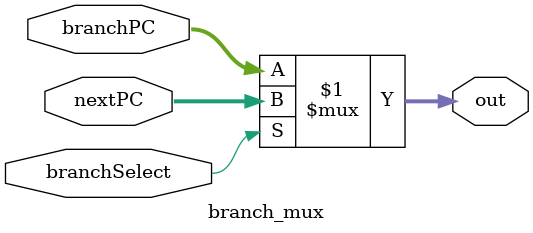
<source format=sv>
module branch_mux
(
 input logic [31:0]  nextPC,
 input logic [31:0]  branchPC,
 input logic 	     branchSelect,
 output logic [31:0] out
 );

   assign out = branchSelect ? nextPC : branchPC;

endmodule

</source>
